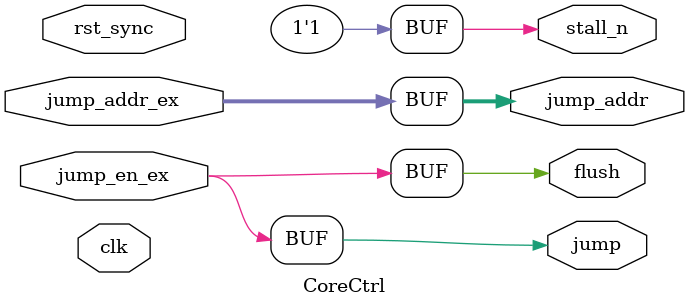
<source format=sv>
module CoreCtrl (
    input clk,
    input rst_sync,

    input [31:0] jump_addr_ex,
    input        jump_en_ex,

    output logic [31:0] jump_addr,
    output logic        jump,
    output logic        stall_n,    // 0: stall, 1: work
    output logic        flush

);

  always_comb begin
    jump_addr = jump_addr_ex;
    jump      = jump_en_ex;
    stall_n   = 1;
    flush     = jump;
  end
endmodule

</source>
